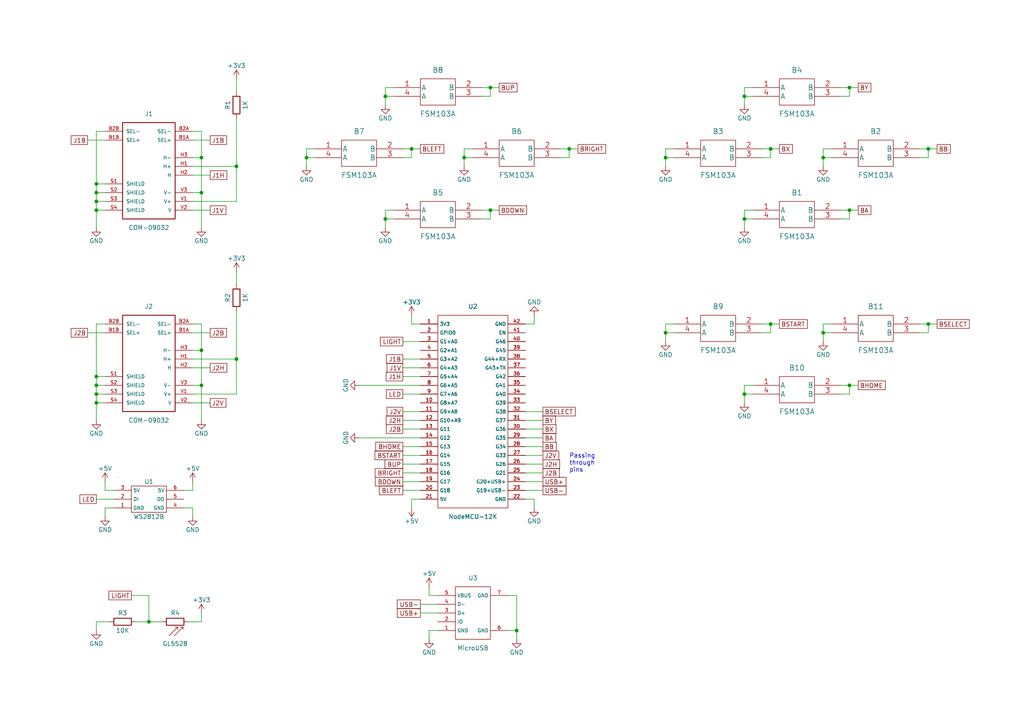
<source format=kicad_sch>
(kicad_sch (version 20211123) (generator eeschema)
  (paper "A4")
  (title_block (title "MXPAD") (date "2022-08-04"))
  (lib_symbols
    (symbol "COM-09032_1" (pin_names (offset 1.016))
      (property "Reference" "U" (at 0 16.51 0))
      (property "Value" "COM-09032_1" (at 0 -15.24 0))
      (symbol "COM-09032_1_0_0"
        (rectangle (start -7.62 15.24) (end 7.62 -12.7) (stroke (width 0.254)))
        (pin passive line (at -12.7 -7.62 0) (length 5.08) (name "SEL+") (number "B1A"))
        (pin passive line (at 12.7 -7.62 180) (length 5.08) (name "SEL+") (number "B1B"))
        (pin passive line (at -12.7 -10.16 0) (length 5.08) (name "SEL-") (number "B2A"))
        (pin passive line (at 12.7 -10.16 180) (length 5.08) (name "SEL-") (number "B2B"))
        (pin passive line (at -12.7 0 0) (length 5.08) (name "H+") (number "H1"))
        (pin passive line (at -12.7 2.54 0) (length 5.08) (name "H") (number "H2"))
        (pin passive line (at -12.7 -2.54 0) (length 5.08) (name "H-") (number "H3"))
        (pin passive line (at 12.7 5.08 180) (length 5.08) (name "SHIELD") (number "S1"))
        (pin passive line (at 12.7 7.62 180) (length 5.08) (name "SHIELD") (number "S2"))
        (pin passive line (at 12.7 10.16 180) (length 5.08) (name "SHIELD") (number "S3"))
        (pin passive line (at 12.7 12.7 180) (length 5.08) (name "SHIELD") (number "S4"))
        (pin passive line (at -12.7 10.16 0) (length 5.08) (name "V+") (number "V1"))
        (pin passive line (at -12.7 12.7 0) (length 5.08) (name "V") (number "V2"))
        (pin passive line (at -12.7 7.62 0) (length 5.08) (name "V-") (number "V3"))
      )
    )
    (symbol "Device:R" (pin_numbers hide) (pin_names (offset 0))
      (property "Reference" "R" (at 2.032 0 90))
      (property "Value" "R" (at 0 0 90))
      (symbol "R_0_1"
        (rectangle (start -1.016 -2.54) (end 1.016 2.54) (stroke (width 0.254)))
      )
      (symbol "R_1_1"
        (pin passive line (at 0 3.81 270) (length 1.27) (name "~") (number "1"))
        (pin passive line (at 0 -3.81 90) (length 1.27) (name "~") (number "2"))
      )
    )
    (symbol "Device:R_Photo" (pin_numbers hide) (pin_names (offset 0))
      (property "Reference" "R" (at 1.27 1.27 0))
      (property "Value" "R_Photo" (at 1.27 0 0))
      (symbol "R_Photo_0_1"
        (rectangle (start -1.016 2.54) (end 1.016 -2.54) (stroke (width 0.254)))
        (polyline (pts (xy -1.524 -2.286) (xy -4.064 0.254)))
        (polyline (pts (xy -1.524 -2.286) (xy -2.286 -2.286)))
        (polyline (pts (xy -1.524 -2.286) (xy -1.524 -1.524)))
        (polyline (pts (xy -1.524 -0.762) (xy -4.064 1.778)))
        (polyline (pts (xy -1.524 -0.762) (xy -2.286 -0.762)))
        (polyline (pts (xy -1.524 -0.762) (xy -1.524 0)))
      )
      (symbol "R_Photo_1_1"
        (pin passive line (at 0 3.81 270) (length 1.27) (name "~") (number "1"))
        (pin passive line (at 0 -3.81 90) (length 1.27) (name "~") (number "2"))
      )
    )
    (symbol "FSM103A_1" (pin_names (offset 0.254))
      (property "Reference" "U" (at 0 7.62 0))
      (property "Value" "FSM103A_1" (at 0 -5.08 0))
      (symbol "FSM103A_1_0_0"
        (rectangle (start -5.08 5.08) (end 5.08 -2.54))
      )
      (symbol "FSM103A_1_1_1"
        (pin passive line (at -12.7 2.54 0) (length 7.62) (name "A") (number "1"))
        (pin passive line (at 12.7 2.54 180) (length 7.62) (name "B") (number "2"))
        (pin passive line (at 12.7 0 180) (length 7.62) (name "B") (number "3"))
        (pin passive line (at -12.7 0 0) (length 7.62) (name "A") (number "4"))
      )
    )
    (symbol "FSM103A_10" (pin_names (offset 0.254))
      (property "Reference" "U" (at 0 7.62 0))
      (property "Value" "FSM103A_10" (at 0 -5.08 0))
      (symbol "FSM103A_10_0_0"
        (rectangle (start -5.08 5.08) (end 5.08 -2.54))
      )
      (symbol "FSM103A_10_1_1"
        (pin passive line (at -12.7 2.54 0) (length 7.62) (name "A") (number "1"))
        (pin passive line (at 12.7 2.54 180) (length 7.62) (name "B") (number "2"))
        (pin passive line (at 12.7 0 180) (length 7.62) (name "B") (number "3"))
        (pin passive line (at -12.7 0 0) (length 7.62) (name "A") (number "4"))
      )
    )
    (symbol "FSM103A_6" (pin_names (offset 0.254))
      (property "Reference" "U" (at 0 7.62 0))
      (property "Value" "FSM103A_6" (at 0 -5.08 0))
      (symbol "FSM103A_6_0_0"
        (rectangle (start -5.08 5.08) (end 5.08 -2.54))
      )
      (symbol "FSM103A_6_1_1"
        (pin passive line (at -12.7 2.54 0) (length 7.62) (name "A") (number "1"))
        (pin passive line (at 12.7 2.54 180) (length 7.62) (name "B") (number "2"))
        (pin passive line (at 12.7 0 180) (length 7.62) (name "B") (number "3"))
        (pin passive line (at -12.7 0 0) (length 7.62) (name "A") (number "4"))
      )
    )
    (symbol "FSM103A_7" (pin_names (offset 0.254))
      (property "Reference" "U" (at 0 7.62 0))
      (property "Value" "FSM103A_7" (at 0 -5.08 0))
      (symbol "FSM103A_7_0_0"
        (rectangle (start -5.08 5.08) (end 5.08 -2.54))
      )
      (symbol "FSM103A_7_1_1"
        (pin passive line (at -12.7 2.54 0) (length 7.62) (name "A") (number "1"))
        (pin passive line (at 12.7 2.54 180) (length 7.62) (name "B") (number "2"))
        (pin passive line (at 12.7 0 180) (length 7.62) (name "B") (number "3"))
        (pin passive line (at -12.7 0 0) (length 7.62) (name "A") (number "4"))
      )
    )
    (symbol "FSM103A_9" (pin_names (offset 0.254))
      (property "Reference" "U" (at 0 7.62 0))
      (property "Value" "FSM103A_9" (at 0 -5.08 0))
      (symbol "FSM103A_9_0_0"
        (rectangle (start -5.08 5.08) (end 5.08 -2.54))
      )
      (symbol "FSM103A_9_1_1"
        (pin passive line (at -12.7 2.54 0) (length 7.62) (name "A") (number "1"))
        (pin passive line (at 12.7 2.54 180) (length 7.62) (name "B") (number "2"))
        (pin passive line (at 12.7 0 180) (length 7.62) (name "B") (number "3"))
        (pin passive line (at -12.7 0 0) (length 7.62) (name "A") (number "4"))
      )
    )
    (symbol "MXPAD:COM-09032" (pin_names (offset 1.016))
      (property "Reference" "U" (at 0 16.51 0))
      (property "Value" "COM-09032" (at 0 -15.24 0))
      (symbol "COM-09032_0_0"
        (rectangle (start -7.62 15.24) (end 7.62 -12.7) (stroke (width 0.254)))
        (pin passive line (at -12.7 -7.62 0) (length 5.08) (name "SEL+") (number "B1A"))
        (pin passive line (at 12.7 -7.62 180) (length 5.08) (name "SEL+") (number "B1B"))
        (pin passive line (at -12.7 -10.16 0) (length 5.08) (name "SEL-") (number "B2A"))
        (pin passive line (at 12.7 -10.16 180) (length 5.08) (name "SEL-") (number "B2B"))
        (pin passive line (at -12.7 0 0) (length 5.08) (name "H+") (number "H1"))
        (pin passive line (at -12.7 2.54 0) (length 5.08) (name "H") (number "H2"))
        (pin passive line (at -12.7 -2.54 0) (length 5.08) (name "H-") (number "H3"))
        (pin passive line (at 12.7 5.08 180) (length 5.08) (name "SHIELD") (number "S1"))
        (pin passive line (at 12.7 7.62 180) (length 5.08) (name "SHIELD") (number "S2"))
        (pin passive line (at 12.7 10.16 180) (length 5.08) (name "SHIELD") (number "S3"))
        (pin passive line (at 12.7 12.7 180) (length 5.08) (name "SHIELD") (number "S4"))
        (pin passive line (at -12.7 10.16 0) (length 5.08) (name "V+") (number "V1"))
        (pin passive line (at -12.7 12.7 0) (length 5.08) (name "V") (number "V2"))
        (pin passive line (at -12.7 7.62 0) (length 5.08) (name "V-") (number "V3"))
      )
    )
    (symbol "MXPAD:FSM103A" (pin_names (offset 0.254))
      (property "Reference" "U" (at 0 7.62 0))
      (property "Value" "FSM103A" (at 0 -5.08 0))
      (symbol "FSM103A_0_0"
        (rectangle (start -5.08 5.08) (end 5.08 -2.54))
      )
      (symbol "FSM103A_1_1"
        (pin passive line (at -12.7 2.54 0) (length 7.62) (name "A") (number "1"))
        (pin passive line (at 12.7 2.54 180) (length 7.62) (name "B") (number "2"))
        (pin passive line (at 12.7 0 180) (length 7.62) (name "B") (number "3"))
        (pin passive line (at -12.7 0 0) (length 7.62) (name "A") (number "4"))
      )
    )
    (symbol "MXPAD:MicroUSB"
      (property "Reference" "U" (at 0 10.16 0))
      (property "Value" "MicroUSB" (at 0 -10.16 0))
      (symbol "MicroUSB_0_0"
        (pin bidirectional line (at -10.16 -5.08 0) (length 5.08) (name "GND") (number "1"))
        (pin bidirectional line (at -10.16 -2.54 0) (length 5.08) (name "IO") (number "2"))
        (pin bidirectional line (at -10.16 0 0) (length 5.08) (name "D+") (number "3"))
        (pin bidirectional line (at -10.16 2.54 0) (length 5.08) (name "D-") (number "4"))
        (pin bidirectional line (at -10.16 5.08 0) (length 5.08) (name "VBUS") (number "5"))
        (pin bidirectional line (at 10.16 -5.08 180) (length 5.08) (name "GND") (number "6"))
        (pin bidirectional line (at 10.16 5.08 180) (length 5.08) (name "GND") (number "7"))
      )
      (symbol "MicroUSB_0_1"
        (rectangle (start -5.08 7.62) (end 5.08 -7.62))
      )
    )
    (symbol "MXPAD:NodeMCU-12K"
      (property "Reference" "U" (at 0 27.94 0))
      (property "Value" "NodeMCU-12K" (at 0 -33.02 0))
      (symbol "NodeMCU-12K_0_0"
        (pin bidirectional line (at -15.24 22.86 0) (length 5.08) (name "3V3") (number "1"))
        (pin bidirectional line (at -15.24 0 0) (length 5.08) (name "G8+A7") (number "10"))
        (pin bidirectional line (at -15.24 -2.54 0) (length 5.08) (name "G9+A8") (number "11"))
        (pin bidirectional line (at -15.24 -5.08 0) (length 5.08) (name "G10+A9") (number "12"))
        (pin bidirectional line (at -15.24 -7.62 0) (length 5.08) (name "G11") (number "13"))
        (pin bidirectional line (at -15.24 -10.16 0) (length 5.08) (name "G12") (number "14"))
        (pin bidirectional line (at -15.24 -12.7 0) (length 5.08) (name "G13") (number "15"))
        (pin bidirectional line (at -15.24 -15.24 0) (length 5.08) (name "G14") (number "16"))
        (pin bidirectional line (at -15.24 -17.78 0) (length 5.08) (name "G15") (number "17"))
        (pin bidirectional line (at -15.24 -20.32 0) (length 5.08) (name "G16") (number "18"))
        (pin bidirectional line (at -15.24 -22.86 0) (length 5.08) (name "G17") (number "19"))
        (pin bidirectional line (at -15.24 20.32 0) (length 5.08) (name "GPIO0") (number "2"))
        (pin bidirectional line (at -15.24 -25.4 0) (length 5.08) (name "G18") (number "20"))
        (pin bidirectional line (at -15.24 -27.94 0) (length 5.08) (name "5V") (number "21"))
        (pin bidirectional line (at 15.24 -27.94 180) (length 5.08) (name "GND") (number "22"))
        (pin bidirectional line (at 15.24 -25.4 180) (length 5.08) (name "G19+USB-") (number "23"))
        (pin bidirectional line (at 15.24 -22.86 180) (length 5.08) (name "G20+USB+") (number "24"))
        (pin bidirectional line (at 15.24 -20.32 180) (length 5.08) (name "G21") (number "25"))
        (pin bidirectional line (at 15.24 -17.78 180) (length 5.08) (name "G26") (number "26"))
        (pin bidirectional line (at 15.24 -15.24 180) (length 5.08) (name "G33") (number "27"))
        (pin bidirectional line (at 15.24 -12.7 180) (length 5.08) (name "G34") (number "28"))
        (pin bidirectional line (at 15.24 -10.16 180) (length 5.08) (name "G35") (number "29"))
        (pin bidirectional line (at -15.24 17.78 0) (length 5.08) (name "G1+A0") (number "3"))
        (pin bidirectional line (at 15.24 -7.62 180) (length 5.08) (name "G36") (number "30"))
        (pin bidirectional line (at 15.24 -5.08 180) (length 5.08) (name "G37") (number "31"))
        (pin bidirectional line (at 15.24 -2.54 180) (length 5.08) (name "G38") (number "32"))
        (pin bidirectional line (at 15.24 0 180) (length 5.08) (name "G39") (number "33"))
        (pin bidirectional line (at 15.24 2.54 180) (length 5.08) (name "G40") (number "34"))
        (pin bidirectional line (at 15.24 5.08 180) (length 5.08) (name "G41") (number "35"))
        (pin bidirectional line (at 15.24 7.62 180) (length 5.08) (name "G42") (number "36"))
        (pin bidirectional line (at 15.24 10.16 180) (length 5.08) (name "G43+TX") (number "37"))
        (pin bidirectional line (at 15.24 12.7 180) (length 5.08) (name "G44+RX") (number "38"))
        (pin bidirectional line (at 15.24 15.24 180) (length 5.08) (name "G45") (number "39"))
        (pin bidirectional line (at -15.24 15.24 0) (length 5.08) (name "G2+A1") (number "4"))
        (pin bidirectional line (at 15.24 17.78 180) (length 5.08) (name "G46") (number "40"))
        (pin bidirectional line (at 15.24 20.32 180) (length 5.08) (name "EN") (number "41"))
        (pin bidirectional line (at 15.24 22.86 180) (length 5.08) (name "GND") (number "42"))
        (pin bidirectional line (at -15.24 12.7 0) (length 5.08) (name "G3+A2") (number "5"))
        (pin bidirectional line (at -15.24 10.16 0) (length 5.08) (name "G4+A3") (number "6"))
        (pin bidirectional line (at -15.24 7.62 0) (length 5.08) (name "G5+A4") (number "7"))
        (pin bidirectional line (at -15.24 5.08 0) (length 5.08) (name "G6+A5") (number "8"))
        (pin bidirectional line (at -15.24 2.54 0) (length 5.08) (name "G7+A6") (number "9"))
      )
      (symbol "NodeMCU-12K_0_1"
        (rectangle (start -10.16 25.4) (end 10.16 -30.48))
        (rectangle (start -8.89 7.62) (end -8.89 7.62))
        (rectangle (start -8.89 7.62) (end -8.89 7.62))
        (rectangle (start -8.89 7.62) (end -8.89 7.62))
        (rectangle (start -8.89 7.62) (end -8.89 7.62))
      )
    )
    (symbol "MXPAD:WS2812B"
      (property "Reference" "L" (at 0 5.08 0))
      (property "Value" "WS2812B" (at 0 -5.08 0))
      (symbol "WS2812B_0_0"
        (pin bidirectional line (at -10.16 -2.54 0) (length 5.08) (name "GND") (number "1"))
        (pin bidirectional line (at -10.16 0 0) (length 5.08) (name "DI") (number "2"))
        (pin bidirectional line (at -10.16 2.54 0) (length 5.08) (name "5V") (number "3"))
        (pin bidirectional line (at 10.16 -2.54 180) (length 5.08) (name "GND") (number "4"))
        (pin bidirectional line (at 10.16 0 180) (length 5.08) (name "DO") (number "5"))
        (pin bidirectional line (at 10.16 2.54 180) (length 5.08) (name "5V") (number "6"))
      )
      (symbol "WS2812B_0_1"
        (rectangle (start -8.89 6.35) (end -8.89 6.35))
        (rectangle (start -5.08 3.81) (end 5.08 -3.81))
      )
    )
    (symbol "power:+3V3" (power) (pin_names (offset 0))
      (property "Value" "+3V3" (at 0 3.556 0))
      (symbol "+3V3_0_1"
        (polyline (pts (xy -0.762 1.27) (xy 0 2.54)))
        (polyline (pts (xy 0 0) (xy 0 2.54)))
        (polyline (pts (xy 0 2.54) (xy 0.762 1.27)))
      )
      (symbol "+3V3_1_1"
        (pin power_in line (at 0 0 90) (length 0) hide (name "+3V3") (number "1"))
      )
    )
    (symbol "power:+5V" (power) (pin_names (offset 0))
      (property "Value" "+5V" (at 0 3.556 0))
      (symbol "+5V_0_1"
        (polyline (pts (xy -0.762 1.27) (xy 0 2.54)))
        (polyline (pts (xy 0 0) (xy 0 2.54)))
        (polyline (pts (xy 0 2.54) (xy 0.762 1.27)))
      )
      (symbol "+5V_1_1"
        (pin power_in line (at 0 0 90) (length 0) hide (name "+5V") (number "1"))
      )
    )
    (symbol "power:GND" (power) (pin_names (offset 0))
      (property "Value" "GND" (at 0 -3.81 0))
      (symbol "GND_0_1"
        (polyline (pts (xy 0 0) (xy 0 -1.27) (xy 1.27 -1.27) (xy 0 -2.54) (xy -1.27 -1.27) (xy 0 -1.27)))
      )
      (symbol "GND_1_1"
        (pin power_in line (at 0 0 270) (length 0) hide (name "GND") (number "1"))
      )
    )
  )
  (junction (at 27.94 53.34))
  (junction (at 27.94 111.76))
  (junction (at 215.9 114.3))
  (junction (at 246.38 60.96))
  (junction (at 134.62 45.72))
  (junction (at 68.58 104.14))
  (junction (at 68.58 48.26))
  (junction (at 43.18 180.34))
  (junction (at 58.42 55.88))
  (junction (at 58.42 101.6))
  (junction (at 149.86 182.88))
  (junction (at 269.24 43.18))
  (junction (at 58.42 111.76))
  (junction (at 27.94 114.3))
  (junction (at 58.42 45.72))
  (junction (at 27.94 58.42))
  (junction (at 246.38 111.76))
  (junction (at 27.94 109.22))
  (junction (at 111.76 27.94))
  (junction (at 165.1 43.18))
  (junction (at 215.9 27.94))
  (junction (at 223.52 93.98))
  (junction (at 246.38 25.4))
  (junction (at 27.94 60.96))
  (junction (at 142.24 25.4))
  (junction (at 27.94 55.88))
  (junction (at 269.24 93.98))
  (junction (at 193.04 45.72))
  (junction (at 111.76 63.5))
  (junction (at 88.9 45.72))
  (junction (at 215.9 63.5))
  (junction (at 223.52 43.18))
  (junction (at 238.76 45.72))
  (junction (at 27.94 116.84))
  (junction (at 238.76 96.52))
  (junction (at 142.24 60.96))
  (junction (at 119.38 43.18))
  (junction (at 193.04 96.52))
  (wire (pts (xy 68.58 90.17) (xy 68.58 104.14)))
  (wire (pts (xy 27.94 53.34) (xy 30.48 53.34)))
  (wire (pts (xy 127 172.72) (xy 124.46 172.72)))
  (wire (pts (xy 238.76 93.98) (xy 241.3 93.98)))
  (wire (pts (xy 134.62 45.72) (xy 137.16 45.72)))
  (wire (pts (xy 27.94 180.34) (xy 27.94 182.88)))
  (wire (pts (xy 215.9 27.94) (xy 218.44 27.94)))
  (wire (pts (xy 121.92 175.26) (xy 127 175.26)))
  (wire (pts (xy 119.38 45.72) (xy 119.38 43.18)))
  (wire (pts (xy 88.9 48.26) (xy 88.9 45.72)))
  (wire (pts (xy 55.88 45.72) (xy 58.42 45.72)))
  (wire (pts (xy 193.04 43.18) (xy 195.58 43.18)))
  (wire (pts (xy 27.94 114.3) (xy 30.48 114.3)))
  (wire (pts (xy 119.38 144.78) (xy 119.38 147.32)))
  (wire (pts (xy 43.18 180.34) (xy 46.99 180.34)))
  (wire (pts (xy 193.04 96.52) (xy 193.04 93.98)))
  (wire (pts (xy 111.76 27.94) (xy 111.76 25.4)))
  (wire (pts (xy 152.4 127) (xy 157.48 127)))
  (wire (pts (xy 53.34 142.24) (xy 55.88 142.24)))
  (wire (pts (xy 139.7 60.96) (xy 142.24 60.96)))
  (wire (pts (xy 39.37 180.34) (xy 43.18 180.34)))
  (wire (pts (xy 27.94 60.96) (xy 27.94 58.42)))
  (wire (pts (xy 30.48 109.22) (xy 27.94 109.22)))
  (wire (pts (xy 246.38 27.94) (xy 246.38 25.4)))
  (wire (pts (xy 139.7 63.5) (xy 142.24 63.5)))
  (wire (pts (xy 193.04 45.72) (xy 195.58 45.72)))
  (wire (pts (xy 27.94 53.34) (xy 27.94 38.1)))
  (wire (pts (xy 111.76 30.48) (xy 111.76 27.94)))
  (wire (pts (xy 30.48 149.86) (xy 30.48 147.32)))
  (wire (pts (xy 152.4 93.98) (xy 154.94 93.98)))
  (wire (pts (xy 142.24 60.96) (xy 144.78 60.96)))
  (wire (pts (xy 157.48 137.16) (xy 152.4 137.16)))
  (wire (pts (xy 215.9 60.96) (xy 218.44 60.96)))
  (wire (pts (xy 215.9 114.3) (xy 215.9 111.76)))
  (wire (pts (xy 88.9 43.18) (xy 91.44 43.18)))
  (wire (pts (xy 162.56 43.18) (xy 165.1 43.18)))
  (wire (pts (xy 134.62 48.26) (xy 134.62 45.72)))
  (wire (pts (xy 121.92 144.78) (xy 119.38 144.78)))
  (wire (pts (xy 243.84 27.94) (xy 246.38 27.94)))
  (wire (pts (xy 25.4 96.52) (xy 30.48 96.52)))
  (wire (pts (xy 58.42 93.98) (xy 55.88 93.98)))
  (wire (pts (xy 266.7 96.52) (xy 269.24 96.52)))
  (wire (pts (xy 27.94 116.84) (xy 30.48 116.84)))
  (wire (pts (xy 116.84 104.14) (xy 121.92 104.14)))
  (wire (pts (xy 154.94 147.32) (xy 154.94 144.78)))
  (wire (pts (xy 149.86 182.88) (xy 147.32 182.88)))
  (wire (pts (xy 152.4 124.46) (xy 157.48 124.46)))
  (wire (pts (xy 111.76 27.94) (xy 114.3 27.94)))
  (wire (pts (xy 154.94 144.78) (xy 152.4 144.78)))
  (wire (pts (xy 55.88 40.64) (xy 60.96 40.64)))
  (wire (pts (xy 269.24 43.18) (xy 271.78 43.18)))
  (wire (pts (xy 25.4 40.64) (xy 30.48 40.64)))
  (wire (pts (xy 266.7 43.18) (xy 269.24 43.18)))
  (wire (pts (xy 162.56 45.72) (xy 165.1 45.72)))
  (wire (pts (xy 215.9 27.94) (xy 215.9 25.4)))
  (wire (pts (xy 33.02 142.24) (xy 30.48 142.24)))
  (wire (pts (xy 134.62 43.18) (xy 137.16 43.18)))
  (wire (pts (xy 116.84 109.22) (xy 121.92 109.22)))
  (wire (pts (xy 223.52 43.18) (xy 226.06 43.18)))
  (wire (pts (xy 152.4 142.24) (xy 157.48 142.24)))
  (wire (pts (xy 124.46 172.72) (xy 124.46 170.18)))
  (wire (pts (xy 121.92 93.98) (xy 119.38 93.98)))
  (wire (pts (xy 27.94 180.34) (xy 31.75 180.34)))
  (wire (pts (xy 193.04 93.98) (xy 195.58 93.98)))
  (wire (pts (xy 116.84 43.18) (xy 119.38 43.18)))
  (wire (pts (xy 111.76 63.5) (xy 114.3 63.5)))
  (wire (pts (xy 193.04 96.52) (xy 195.58 96.52)))
  (wire (pts (xy 55.88 50.8) (xy 60.96 50.8)))
  (wire (pts (xy 116.84 139.7) (xy 121.92 139.7)))
  (wire (pts (xy 220.98 43.18) (xy 223.52 43.18)))
  (wire (pts (xy 238.76 99.06) (xy 238.76 96.52)))
  (wire (pts (xy 27.94 116.84) (xy 27.94 114.3)))
  (wire (pts (xy 58.42 177.8) (xy 58.42 180.34)))
  (wire (pts (xy 215.9 116.84) (xy 215.9 114.3)))
  (wire (pts (xy 30.48 147.32) (xy 33.02 147.32)))
  (wire (pts (xy 124.46 185.42) (xy 124.46 182.88)))
  (wire (pts (xy 58.42 38.1) (xy 58.42 45.72)))
  (wire (pts (xy 238.76 96.52) (xy 238.76 93.98)))
  (wire (pts (xy 142.24 27.94) (xy 142.24 25.4)))
  (wire (pts (xy 58.42 111.76) (xy 58.42 101.6)))
  (wire (pts (xy 243.84 111.76) (xy 246.38 111.76)))
  (wire (pts (xy 27.94 58.42) (xy 30.48 58.42)))
  (wire (pts (xy 27.94 55.88) (xy 30.48 55.88)))
  (wire (pts (xy 223.52 96.52) (xy 223.52 93.98)))
  (wire (pts (xy 165.1 45.72) (xy 165.1 43.18)))
  (wire (pts (xy 266.7 45.72) (xy 269.24 45.72)))
  (wire (pts (xy 88.9 45.72) (xy 91.44 45.72)))
  (wire (pts (xy 149.86 185.42) (xy 149.86 182.88)))
  (wire (pts (xy 55.88 55.88) (xy 58.42 55.88)))
  (wire (pts (xy 223.52 45.72) (xy 223.52 43.18)))
  (wire (pts (xy 238.76 43.18) (xy 241.3 43.18)))
  (wire (pts (xy 27.94 121.92) (xy 27.94 116.84)))
  (wire (pts (xy 243.84 63.5) (xy 246.38 63.5)))
  (wire (pts (xy 30.48 93.98) (xy 27.94 93.98)))
  (wire (pts (xy 111.76 25.4) (xy 114.3 25.4)))
  (wire (pts (xy 55.88 96.52) (xy 60.96 96.52)))
  (wire (pts (xy 215.9 25.4) (xy 218.44 25.4)))
  (wire (pts (xy 111.76 63.5) (xy 111.76 60.96)))
  (wire (pts (xy 55.88 111.76) (xy 58.42 111.76)))
  (wire (pts (xy 27.94 93.98) (xy 27.94 109.22)))
  (wire (pts (xy 269.24 45.72) (xy 269.24 43.18)))
  (wire (pts (xy 116.84 124.46) (xy 121.92 124.46)))
  (wire (pts (xy 149.86 182.88) (xy 149.86 172.72)))
  (wire (pts (xy 116.84 129.54) (xy 121.92 129.54)))
  (wire (pts (xy 27.94 144.78) (xy 33.02 144.78)))
  (wire (pts (xy 149.86 172.72) (xy 147.32 172.72)))
  (wire (pts (xy 55.88 60.96) (xy 60.96 60.96)))
  (wire (pts (xy 116.84 137.16) (xy 121.92 137.16)))
  (wire (pts (xy 116.84 121.92) (xy 121.92 121.92)))
  (wire (pts (xy 243.84 114.3) (xy 246.38 114.3)))
  (wire (pts (xy 152.4 129.54) (xy 157.48 129.54)))
  (wire (pts (xy 30.48 142.24) (xy 30.48 139.7)))
  (wire (pts (xy 193.04 45.72) (xy 193.04 43.18)))
  (wire (pts (xy 134.62 45.72) (xy 134.62 43.18)))
  (wire (pts (xy 243.84 60.96) (xy 246.38 60.96)))
  (wire (pts (xy 220.98 93.98) (xy 223.52 93.98)))
  (wire (pts (xy 104.14 127) (xy 121.92 127)))
  (wire (pts (xy 139.7 25.4) (xy 142.24 25.4)))
  (wire (pts (xy 215.9 111.76) (xy 218.44 111.76)))
  (wire (pts (xy 142.24 25.4) (xy 144.78 25.4)))
  (wire (pts (xy 111.76 66.04) (xy 111.76 63.5)))
  (wire (pts (xy 215.9 30.48) (xy 215.9 27.94)))
  (wire (pts (xy 68.58 114.3) (xy 68.58 104.14)))
  (wire (pts (xy 58.42 45.72) (xy 58.42 55.88)))
  (wire (pts (xy 269.24 96.52) (xy 269.24 93.98)))
  (wire (pts (xy 121.92 177.8) (xy 127 177.8)))
  (wire (pts (xy 54.61 180.34) (xy 58.42 180.34)))
  (wire (pts (xy 55.88 116.84) (xy 60.96 116.84)))
  (wire (pts (xy 269.24 93.98) (xy 271.78 93.98)))
  (wire (pts (xy 68.58 22.86) (xy 68.58 26.67)))
  (wire (pts (xy 38.1 172.72) (xy 43.18 172.72)))
  (wire (pts (xy 152.4 121.92) (xy 157.48 121.92)))
  (wire (pts (xy 58.42 55.88) (xy 58.42 66.04)))
  (wire (pts (xy 215.9 63.5) (xy 215.9 60.96)))
  (wire (pts (xy 124.46 182.88) (xy 127 182.88)))
  (wire (pts (xy 243.84 25.4) (xy 246.38 25.4)))
  (wire (pts (xy 238.76 45.72) (xy 241.3 45.72)))
  (wire (pts (xy 27.94 66.04) (xy 27.94 60.96)))
  (wire (pts (xy 165.1 43.18) (xy 167.64 43.18)))
  (wire (pts (xy 116.84 142.24) (xy 121.92 142.24)))
  (wire (pts (xy 55.88 147.32) (xy 53.34 147.32)))
  (wire (pts (xy 116.84 114.3) (xy 121.92 114.3)))
  (wire (pts (xy 215.9 66.04) (xy 215.9 63.5)))
  (wire (pts (xy 157.48 132.08) (xy 152.4 132.08)))
  (wire (pts (xy 238.76 96.52) (xy 241.3 96.52)))
  (wire (pts (xy 55.88 101.6) (xy 58.42 101.6)))
  (wire (pts (xy 27.94 60.96) (xy 30.48 60.96)))
  (wire (pts (xy 238.76 48.26) (xy 238.76 45.72)))
  (wire (pts (xy 55.88 38.1) (xy 58.42 38.1)))
  (wire (pts (xy 27.94 55.88) (xy 27.94 53.34)))
  (wire (pts (xy 121.92 132.08) (xy 116.84 132.08)))
  (wire (pts (xy 246.38 111.76) (xy 248.92 111.76)))
  (wire (pts (xy 152.4 139.7) (xy 157.48 139.7)))
  (wire (pts (xy 55.88 114.3) (xy 68.58 114.3)))
  (wire (pts (xy 139.7 27.94) (xy 142.24 27.94)))
  (wire (pts (xy 152.4 119.38) (xy 157.48 119.38)))
  (wire (pts (xy 27.94 58.42) (xy 27.94 55.88)))
  (wire (pts (xy 119.38 43.18) (xy 121.92 43.18)))
  (wire (pts (xy 30.48 111.76) (xy 27.94 111.76)))
  (wire (pts (xy 142.24 63.5) (xy 142.24 60.96)))
  (wire (pts (xy 58.42 121.92) (xy 58.42 111.76)))
  (wire (pts (xy 246.38 60.96) (xy 248.92 60.96)))
  (wire (pts (xy 119.38 93.98) (xy 119.38 91.44)))
  (wire (pts (xy 55.88 142.24) (xy 55.88 139.7)))
  (wire (pts (xy 215.9 63.5) (xy 218.44 63.5)))
  (wire (pts (xy 55.88 106.68) (xy 60.96 106.68)))
  (wire (pts (xy 27.94 111.76) (xy 27.94 114.3)))
  (wire (pts (xy 246.38 63.5) (xy 246.38 60.96)))
  (wire (pts (xy 215.9 114.3) (xy 218.44 114.3)))
  (wire (pts (xy 55.88 104.14) (xy 68.58 104.14)))
  (wire (pts (xy 88.9 45.72) (xy 88.9 43.18)))
  (wire (pts (xy 116.84 134.62) (xy 121.92 134.62)))
  (wire (pts (xy 223.52 93.98) (xy 226.06 93.98)))
  (wire (pts (xy 111.76 60.96) (xy 114.3 60.96)))
  (wire (pts (xy 193.04 99.06) (xy 193.04 96.52)))
  (wire (pts (xy 157.48 134.62) (xy 152.4 134.62)))
  (wire (pts (xy 68.58 48.26) (xy 68.58 58.42)))
  (wire (pts (xy 68.58 34.29) (xy 68.58 48.26)))
  (wire (pts (xy 43.18 172.72) (xy 43.18 180.34)))
  (wire (pts (xy 220.98 96.52) (xy 223.52 96.52)))
  (wire (pts (xy 246.38 25.4) (xy 248.92 25.4)))
  (wire (pts (xy 58.42 101.6) (xy 58.42 93.98)))
  (wire (pts (xy 68.58 78.74) (xy 68.58 82.55)))
  (wire (pts (xy 116.84 45.72) (xy 119.38 45.72)))
  (wire (pts (xy 220.98 45.72) (xy 223.52 45.72)))
  (wire (pts (xy 266.7 93.98) (xy 269.24 93.98)))
  (wire (pts (xy 116.84 106.68) (xy 121.92 106.68)))
  (wire (pts (xy 116.84 99.06) (xy 121.92 99.06)))
  (wire (pts (xy 193.04 48.26) (xy 193.04 45.72)))
  (wire (pts (xy 238.76 45.72) (xy 238.76 43.18)))
  (wire (pts (xy 246.38 114.3) (xy 246.38 111.76)))
  (wire (pts (xy 27.94 38.1) (xy 30.48 38.1)))
  (wire (pts (xy 55.88 149.86) (xy 55.88 147.32)))
  (wire (pts (xy 154.94 93.98) (xy 154.94 91.44)))
  (wire (pts (xy 27.94 109.22) (xy 27.94 111.76)))
  (wire (pts (xy 55.88 48.26) (xy 68.58 48.26)))
  (wire (pts (xy 55.88 58.42) (xy 68.58 58.42)))
  (wire (pts (xy 104.14 111.76) (xy 121.92 111.76)))
  (wire (pts (xy 116.84 119.38) (xy 121.92 119.38)))
  (text "Passing\nthrough\npins" (at 165.1 137.16 0) (effects (font (size 1.27 1.27)) (justify left bottom)))
  (global_label "J2B" (shape passive) (at 60.96 96.52 0) (property "Intersheet References" "${INTERSHEET_REFS}" (effects hide)))
  (global_label "BY" (shape passive) (at 248.92 25.4 0) (property "Intersheet References" "${INTERSHEET_REFS}" (effects hide)))
  (global_label "BHOME" (shape passive) (at 248.92 111.76 0) (property "Intersheet References" "${INTERSHEET_REFS}" (effects hide)))
  (global_label "BY" (shape passive) (at 157.48 121.92 0) (property "Intersheet References" "${INTERSHEET_REFS}" (effects hide)))
  (global_label "J2V" (shape passive) (at 60.96 116.84 0) (property "Intersheet References" "${INTERSHEET_REFS}" (effects hide)))
  (global_label "J2H" (shape passive) (at 157.48 134.62 0) (property "Intersheet References" "${INTERSHEET_REFS}" (effects hide)))
  (global_label "BSELECT" (shape passive) (at 271.78 93.98 0) (property "Intersheet References" "${INTERSHEET_REFS}" (effects hide)))
  (global_label "BRIGHT" (shape passive) (at 167.64 43.18 0) (property "Intersheet References" "${INTERSHEET_REFS}" (effects hide)))
  (global_label "BB" (shape passive) (at 157.48 129.54 0) (property "Intersheet References" "${INTERSHEET_REFS}" (effects hide)))
  (global_label "J2H" (shape passive) (at 60.96 106.68 0) (property "Intersheet References" "${INTERSHEET_REFS}" (effects hide)))
  (global_label "LED" (shape passive) (at 116.84 114.3 180) (property "Intersheet References" "${INTERSHEET_REFS}" (effects hide)))
  (global_label "J1B" (shape passive) (at 25.4 40.64 180) (property "Intersheet References" "${INTERSHEET_REFS}" (effects hide)))
  (global_label "BUP" (shape passive) (at 144.78 25.4 0) (property "Intersheet References" "${INTERSHEET_REFS}" (effects hide)))
  (global_label "BDOWN" (shape passive) (at 144.78 60.96 0) (property "Intersheet References" "${INTERSHEET_REFS}" (effects hide)))
  (global_label "J1H" (shape passive) (at 60.96 50.8 0) (property "Intersheet References" "${INTERSHEET_REFS}" (effects hide)))
  (global_label "BX" (shape passive) (at 226.06 43.18 0) (property "Intersheet References" "${INTERSHEET_REFS}" (effects hide)))
  (global_label "BA" (shape passive) (at 248.92 60.96 0) (property "Intersheet References" "${INTERSHEET_REFS}" (effects hide)))
  (global_label "BB" (shape passive) (at 271.78 43.18 0) (property "Intersheet References" "${INTERSHEET_REFS}" (effects hide)))
  (global_label "BA" (shape passive) (at 157.48 127 0) (property "Intersheet References" "${INTERSHEET_REFS}" (effects hide)))
  (global_label "USB+" (shape passive) (at 121.92 177.8 180) (property "Intersheet References" "${INTERSHEET_REFS}" (effects hide)))
  (global_label "BUP" (shape passive) (at 116.84 134.62 180) (property "Intersheet References" "${INTERSHEET_REFS}" (effects hide)))
  (global_label "BX" (shape passive) (at 157.48 124.46 0) (property "Intersheet References" "${INTERSHEET_REFS}" (effects hide)))
  (global_label "J1B" (shape passive) (at 60.96 40.64 0) (property "Intersheet References" "${INTERSHEET_REFS}" (effects hide)))
  (global_label "BRIGHT" (shape passive) (at 116.84 137.16 180) (property "Intersheet References" "${INTERSHEET_REFS}" (effects hide)))
  (global_label "BHOME" (shape passive) (at 116.84 129.54 180) (property "Intersheet References" "${INTERSHEET_REFS}" (effects hide)))
  (global_label "BSELECT" (shape passive) (at 157.48 119.38 0) (property "Intersheet References" "${INTERSHEET_REFS}" (effects hide)))
  (global_label "LIGHT" (shape passive) (at 38.1 172.72 180) (property "Intersheet References" "${INTERSHEET_REFS}" (effects hide)))
  (global_label "J1H" (shape passive) (at 116.84 109.22 180) (property "Intersheet References" "${INTERSHEET_REFS}" (effects hide)))
  (global_label "BSTART" (shape passive) (at 226.06 93.98 0) (property "Intersheet References" "${INTERSHEET_REFS}" (effects hide)))
  (global_label "LED" (shape passive) (at 27.94 144.78 180) (property "Intersheet References" "${INTERSHEET_REFS}" (effects hide)))
  (global_label "BSTART" (shape passive) (at 116.84 132.08 180) (property "Intersheet References" "${INTERSHEET_REFS}" (effects hide)))
  (global_label "J1V" (shape passive) (at 60.96 60.96 0) (property "Intersheet References" "${INTERSHEET_REFS}" (effects hide)))
  (global_label "J1B" (shape passive) (at 116.84 104.14 180) (property "Intersheet References" "${INTERSHEET_REFS}" (effects hide)))
  (global_label "J2V" (shape passive) (at 116.84 119.38 180) (property "Intersheet References" "${INTERSHEET_REFS}" (effects hide)))
  (global_label "J2V" (shape passive) (at 157.48 132.08 0) (property "Intersheet References" "${INTERSHEET_REFS}" (effects hide)))
  (global_label "J2B" (shape passive) (at 25.4 96.52 180) (property "Intersheet References" "${INTERSHEET_REFS}" (effects hide)))
  (global_label "J1V" (shape passive) (at 116.84 106.68 180) (property "Intersheet References" "${INTERSHEET_REFS}" (effects hide)))
  (global_label "BDOWN" (shape passive) (at 116.84 139.7 180) (property "Intersheet References" "${INTERSHEET_REFS}" (effects hide)))
  (global_label "USB-" (shape passive) (at 121.92 175.26 180) (property "Intersheet References" "${INTERSHEET_REFS}" (effects hide)))
  (global_label "J2B" (shape passive) (at 157.48 137.16 0) (property "Intersheet References" "${INTERSHEET_REFS}" (effects hide)))
  (global_label "BLEFT" (shape passive) (at 116.84 142.24 180) (property "Intersheet References" "${INTERSHEET_REFS}" (effects hide)))
  (global_label "J2H" (shape passive) (at 116.84 121.92 180) (property "Intersheet References" "${INTERSHEET_REFS}" (effects hide)))
  (global_label "J2B" (shape passive) (at 116.84 124.46 180) (property "Intersheet References" "${INTERSHEET_REFS}" (effects hide)))
  (global_label "USB+" (shape passive) (at 157.48 139.7 0) (property "Intersheet References" "${INTERSHEET_REFS}" (effects hide)))
  (global_label "LIGHT" (shape passive) (at 116.84 99.06 180) (property "Intersheet References" "${INTERSHEET_REFS}" (effects hide)))
  (global_label "USB-" (shape passive) (at 157.48 142.24 0) (property "Intersheet References" "${INTERSHEET_REFS}" (effects hide)))
  (global_label "BLEFT" (shape passive) (at 121.92 43.18 0) (property "Intersheet References" "${INTERSHEET_REFS}" (effects hide)))
  (symbol (lib_id "MXPAD:COM-09032") (at 43.18 48.26 180) (unit 1)
    (property "Reference" "J1" (at 43.18 33.02 0))
    (property "Value" "COM-09032" (at 43.18 66.04 0))
    (property "Footprint" "MXPAD:COM-09032" (effects hide))
  )
  (symbol (lib_id "MXPAD:FSM103A") (at 231.14 27.94 0) (unit 1)
    (property "Reference" "B4" (at 231.14 20.32 0) (effects (font (size 1.524 1.524))))
    (property "Value" "FSM103A" (at 231.14 33.02 0) (effects (font (size 1.524 1.524))))
    (property "Footprint" "MXPAD:FSM103A" (effects hide))
  )
  (symbol (lib_id "power:+3V3") (at 68.58 22.86 0) (unit 1)
    (property "Reference" "#PWR0107" (effects hide))
    (property "Value" "+3V3" (at 68.58 19.05 0))
  )
  (symbol (lib_id "power:GND") (at 111.76 30.48 0) (unit 1)
    (property "Reference" "#PWR0118" (effects hide))
    (property "Value" "GND" (at 111.76 34.29 0))
  )
  (symbol (lib_id "power:+3V3") (at 119.38 91.44 0) (unit 1)
    (property "Reference" "#PWR06" (effects hide))
    (property "Value" "+3V3" (at 119.38 87.63 0))
  )
  (symbol (lib_id "power:+3V3") (at 68.58 78.74 0) (unit 1)
    (property "Reference" "#PWR0104" (effects hide))
    (property "Value" "+3V3" (at 68.58 74.93 0))
  )
  (symbol (lib_id "power:GND") (at 104.14 127 270) (unit 1)
    (property "Reference" "#PWR0122" (effects hide))
    (property "Value" "GND" (at 100.33 127 0))
  )
  (symbol (lib_id "power:+5V") (at 55.88 139.7 0) (unit 1)
    (property "Reference" "#PWR0102" (effects hide))
    (property "Value" "+5V" (at 55.88 135.89 0))
  )
  (symbol (lib_name "FSM103A_1") (lib_id "MXPAD:FSM103A") (at 127 63.5 0) (unit 1)
    (property "Reference" "B5" (at 127 55.88 0) (effects (font (size 1.524 1.524))))
    (property "Value" "FSM103A" (at 127 68.58 0) (effects (font (size 1.524 1.524))))
    (property "Footprint" "MXPAD:FSM103A" (effects hide))
  )
  (symbol (lib_id "power:GND") (at 55.88 149.86 0) (unit 1)
    (property "Reference" "#PWR09" (effects hide))
    (property "Value" "GND" (at 55.88 153.67 0))
  )
  (symbol (lib_id "power:GND") (at 134.62 48.26 0) (unit 1)
    (property "Reference" "#PWR0117" (effects hide))
    (property "Value" "GND" (at 134.62 52.07 0))
  )
  (symbol (lib_id "power:GND") (at 215.9 116.84 0) (unit 1)
    (property "Reference" "#PWR03" (effects hide))
    (property "Value" "GND" (at 215.9 120.65 0))
  )
  (symbol (lib_id "power:GND") (at 88.9 48.26 0) (unit 1)
    (property "Reference" "#PWR0108" (effects hide))
    (property "Value" "GND" (at 88.9 52.07 0))
  )
  (symbol (lib_id "power:GND") (at 27.94 121.92 0) (unit 1)
    (property "Reference" "#PWR0103" (effects hide))
    (property "Value" "GND" (at 27.94 125.73 0))
  )
  (symbol (lib_id "MXPAD:FSM103A") (at 231.14 114.3 0) (unit 1)
    (property "Reference" "B10" (at 231.14 106.68 0) (effects (font (size 1.524 1.524))))
    (property "Value" "FSM103A" (at 231.14 119.38 0) (effects (font (size 1.524 1.524))))
    (property "Footprint" "MXPAD:FSM103A" (effects hide))
  )
  (symbol (lib_id "power:GND") (at 149.86 185.42 0) (unit 1)
    (property "Reference" "#PWR0110" (effects hide))
    (property "Value" "GND" (at 149.86 189.23 0))
  )
  (symbol (lib_id "power:GND") (at 111.76 66.04 0) (unit 1)
    (property "Reference" "#PWR0119" (effects hide))
    (property "Value" "GND" (at 111.76 69.85 0))
  )
  (symbol (lib_id "MXPAD:WS2812B") (at 43.18 144.78 0) (unit 1)
    (property "Reference" "U1" (at 43.18 139.7 0))
    (property "Value" "WS2812B" (at 43.18 149.86 0))
    (property "Footprint" "MXPAD:WS2812B" (effects hide))
  )
  (symbol (lib_id "MXPAD:FSM103A") (at 208.28 45.72 0) (unit 1)
    (property "Reference" "B3" (at 208.28 38.1 0) (effects (font (size 1.524 1.524))))
    (property "Value" "FSM103A" (at 208.28 50.8 0) (effects (font (size 1.524 1.524))))
    (property "Footprint" "MXPAD:FSM103A" (effects hide))
  )
  (symbol (lib_id "power:GND") (at 193.04 48.26 0) (unit 1)
    (property "Reference" "#PWR0114" (effects hide))
    (property "Value" "GND" (at 193.04 52.07 0))
  )
  (symbol (lib_id "power:GND") (at 124.46 185.42 0) (unit 1)
    (property "Reference" "#PWR0111" (effects hide))
    (property "Value" "GND" (at 124.46 189.23 0))
  )
  (symbol (lib_name "FSM103A_7") (lib_id "MXPAD:FSM103A") (at 208.28 96.52 0) (unit 1)
    (property "Reference" "B9" (at 208.28 88.9 0) (effects (font (size 1.524 1.524))))
    (property "Value" "FSM103A" (at 208.28 101.6 0) (effects (font (size 1.524 1.524))))
    (property "Footprint" "MXPAD:FSM103A" (effects hide))
  )
  (symbol (lib_id "Device:R_Photo") (at 50.8 180.34 90) (unit 1)
    (property "Reference" "R4" (at 50.8 177.8 90))
    (property "Value" "GL5528" (at 50.8 186.69 90))
    (property "Footprint" "OptoDevice:R_LDR_4.9x4.2mm_P2.54mm_Vertical" (effects hide))
  )
  (symbol (lib_id "power:GND") (at 58.42 121.92 0) (unit 1)
    (property "Reference" "#PWR0105" (effects hide))
    (property "Value" "GND" (at 58.42 125.73 0))
  )
  (symbol (lib_id "MXPAD:FSM103A") (at 254 45.72 0) (unit 1)
    (property "Reference" "B2" (at 254 38.1 0) (effects (font (size 1.524 1.524))))
    (property "Value" "FSM103A" (at 254 50.8 0) (effects (font (size 1.524 1.524))))
    (property "Footprint" "MXPAD:FSM103A" (effects hide))
  )
  (symbol (lib_id "power:GND") (at 215.9 66.04 0) (unit 1)
    (property "Reference" "#PWR0115" (effects hide))
    (property "Value" "GND" (at 215.9 69.85 0))
  )
  (symbol (lib_id "MXPAD:MicroUSB") (at 137.16 177.8 0) (unit 1)
    (property "Reference" "U3" (at 137.16 167.64 0))
    (property "Value" "MicroUSB" (at 137.16 187.96 0))
    (property "Footprint" "MXPAD:MicroUSB" (effects hide))
  )
  (symbol (lib_id "power:GND") (at 27.94 66.04 0) (unit 1)
    (property "Reference" "#PWR0121" (effects hide))
    (property "Value" "GND" (at 27.94 69.85 0))
  )
  (symbol (lib_id "power:GND") (at 238.76 48.26 0) (unit 1)
    (property "Reference" "#PWR0116" (effects hide))
    (property "Value" "GND" (at 238.76 52.07 0))
  )
  (symbol (lib_id "power:+3V3") (at 58.42 177.8 0) (unit 1)
    (property "Reference" "#PWR05" (effects hide))
    (property "Value" "+3V3" (at 58.42 173.99 0))
  )
  (symbol (lib_id "power:GND") (at 104.14 111.76 270) (unit 1)
    (property "Reference" "#PWR0123" (effects hide))
    (property "Value" "GND" (at 100.33 111.76 0))
  )
  (symbol (lib_id "power:+5V") (at 124.46 170.18 0) (unit 1)
    (property "Reference" "#PWR0109" (effects hide))
    (property "Value" "+5V" (at 124.46 166.37 0))
  )
  (symbol (lib_name "COM-09032_1") (lib_id "MXPAD:COM-09032") (at 43.18 104.14 180) (unit 1)
    (property "Reference" "J2" (at 43.18 88.9 0))
    (property "Value" "COM-09032" (at 43.18 121.92 0))
    (property "Footprint" "MXPAD:COM-09032" (effects hide))
  )
  (symbol (lib_id "Device:R") (at 35.56 180.34 90) (unit 1)
    (property "Reference" "R3" (at 35.56 177.8 90))
    (property "Value" "10K" (at 35.56 182.88 90))
    (property "Footprint" "Resistor_THT:R_Axial_DIN0204_L3.6mm_D1.6mm_P5.08mm_Horizontal" (effects hide))
  )
  (symbol (lib_name "FSM103A_10") (lib_id "MXPAD:FSM103A") (at 149.86 45.72 0) (unit 1)
    (property "Reference" "B6" (at 149.86 38.1 0) (effects (font (size 1.524 1.524))))
    (property "Value" "FSM103A" (at 149.86 50.8 0) (effects (font (size 1.524 1.524))))
    (property "Footprint" "MXPAD:FSM103A" (effects hide))
  )
  (symbol (lib_id "power:GND") (at 30.48 149.86 0) (unit 1)
    (property "Reference" "#PWR0101" (effects hide))
    (property "Value" "GND" (at 30.48 153.67 0))
  )
  (symbol (lib_id "power:+5V") (at 119.38 147.32 180) (unit 1)
    (property "Reference" "#PWR07" (effects hide))
    (property "Value" "+5V" (at 119.38 151.13 0))
  )
  (symbol (lib_id "power:GND") (at 215.9 30.48 0) (unit 1)
    (property "Reference" "#PWR0112" (effects hide))
    (property "Value" "GND" (at 215.9 34.29 0))
  )
  (symbol (lib_id "power:GND") (at 154.94 91.44 180) (unit 1)
    (property "Reference" "#PWR010" (effects hide))
    (property "Value" "GND" (at 154.94 87.63 0))
  )
  (symbol (lib_id "power:+5V") (at 30.48 139.7 0) (unit 1)
    (property "Reference" "#PWR08" (effects hide))
    (property "Value" "+5V" (at 30.48 135.89 0))
  )
  (symbol (lib_id "MXPAD:FSM103A") (at 104.14 45.72 0) (unit 1)
    (property "Reference" "B7" (at 104.14 38.1 0) (effects (font (size 1.524 1.524))))
    (property "Value" "FSM103A" (at 104.14 50.8 0) (effects (font (size 1.524 1.524))))
    (property "Footprint" "MXPAD:FSM103A" (effects hide))
  )
  (symbol (lib_id "power:GND") (at 238.76 99.06 0) (unit 1)
    (property "Reference" "#PWR0120" (effects hide))
    (property "Value" "GND" (at 238.76 102.87 0))
  )
  (symbol (lib_id "MXPAD:NodeMCU-12K") (at 137.16 116.84 0) (unit 1)
    (property "Reference" "U2" (at 137.16 88.9 0))
    (property "Value" "NodeMCU-12K" (at 137.16 149.86 0))
    (property "Footprint" "MXPAD:NodeMCU-12K" (effects hide))
  )
  (symbol (lib_name "FSM103A_9") (lib_id "MXPAD:FSM103A") (at 127 27.94 0) (unit 1)
    (property "Reference" "B8" (at 127 20.32 0) (effects (font (size 1.524 1.524))))
    (property "Value" "FSM103A" (at 127 33.02 0) (effects (font (size 1.524 1.524))))
    (property "Footprint" "MXPAD:FSM103A" (effects hide))
  )
  (symbol (lib_name "FSM103A_6") (lib_id "MXPAD:FSM103A") (at 254 96.52 0) (unit 1)
    (property "Reference" "B11" (at 254 88.9 0) (effects (font (size 1.524 1.524))))
    (property "Value" "FSM103A" (at 254 101.6 0) (effects (font (size 1.524 1.524))))
    (property "Footprint" "MXPAD:FSM103A" (effects hide))
  )
  (symbol (lib_id "power:GND") (at 58.42 66.04 0) (unit 1)
    (property "Reference" "#PWR0106" (effects hide))
    (property "Value" "GND" (at 58.42 69.85 0))
  )
  (symbol (lib_id "power:GND") (at 154.94 147.32 0) (unit 1)
    (property "Reference" "#PWR011" (effects hide))
    (property "Value" "GND" (at 154.94 151.13 0))
  )
  (symbol (lib_id "power:GND") (at 193.04 99.06 0) (unit 1)
    (property "Reference" "#PWR0113" (effects hide))
    (property "Value" "GND" (at 193.04 102.87 0))
  )
  (symbol (lib_id "MXPAD:FSM103A") (at 231.14 63.5 0) (unit 1)
    (property "Reference" "B1" (at 231.14 55.88 0) (effects (font (size 1.524 1.524))))
    (property "Value" "FSM103A" (at 231.14 68.58 0) (effects (font (size 1.524 1.524))))
    (property "Footprint" "MXPAD:FSM103A" (effects hide))
  )
  (symbol (lib_id "Device:R") (at 68.58 86.36 180) (unit 1)
    (property "Reference" "R2" (at 66.04 86.36 90))
    (property "Value" "1K" (at 71.12 86.36 90))
    (property "Footprint" "Resistor_THT:R_Axial_DIN0204_L3.6mm_D1.6mm_P5.08mm_Horizontal" (effects hide))
  )
  (symbol (lib_id "power:GND") (at 27.94 182.88 0) (unit 1)
    (property "Reference" "#PWR04" (effects hide))
    (property "Value" "GND" (at 27.94 186.69 0))
  )
  (symbol (lib_id "Device:R") (at 68.58 30.48 180) (unit 1)
    (property "Reference" "R1" (at 66.04 30.48 90))
    (property "Value" "1K" (at 71.12 30.48 90))
    (property "Footprint" "Resistor_THT:R_Axial_DIN0204_L3.6mm_D1.6mm_P5.08mm_Horizontal" (effects hide))
  )
)
</source>
